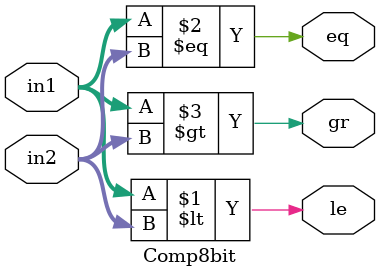
<source format=v>
`timescale 1ns / 1ps


module Comp8bit(in1,in2,le,eq,gr);
input [7:0] in1,in2;
output le,eq,gr;

assign 
        le = in1 < in2,
        eq = in1 == in2,
        gr = in1 > in2;
endmodule

</source>
